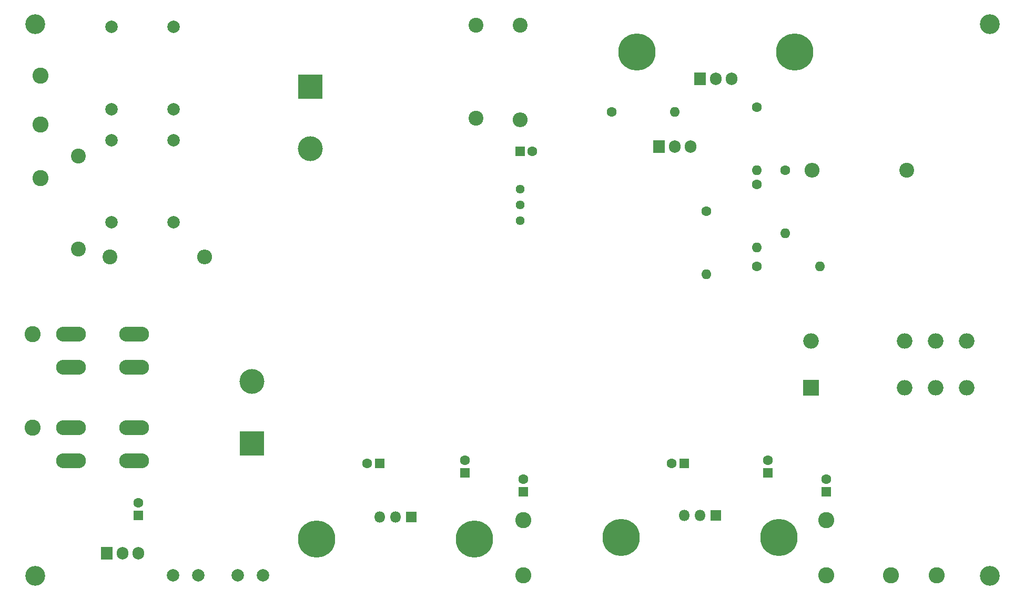
<source format=gbr>
G04 #@! TF.GenerationSoftware,KiCad,Pcbnew,(5.1.9-0-10_14)*
G04 #@! TF.CreationDate,2021-02-21T16:18:30+01:00*
G04 #@! TF.ProjectId,hv-power-supply-v1,68762d70-6f77-4657-922d-737570706c79,rev?*
G04 #@! TF.SameCoordinates,Original*
G04 #@! TF.FileFunction,Soldermask,Bot*
G04 #@! TF.FilePolarity,Negative*
%FSLAX46Y46*%
G04 Gerber Fmt 4.6, Leading zero omitted, Abs format (unit mm)*
G04 Created by KiCad (PCBNEW (5.1.9-0-10_14)) date 2021-02-21 16:18:30*
%MOMM*%
%LPD*%
G01*
G04 APERTURE LIST*
%ADD10O,2.400000X2.400000*%
%ADD11C,2.400000*%
%ADD12O,4.800600X2.400300*%
%ADD13C,1.600000*%
%ADD14R,1.600000X1.600000*%
%ADD15C,2.000000*%
%ADD16O,1.600000X1.600000*%
%ADD17O,1.905000X2.000000*%
%ADD18R,1.905000X2.000000*%
%ADD19C,2.600000*%
%ADD20C,1.440000*%
%ADD21O,2.500000X2.500000*%
%ADD22R,2.500000X2.500000*%
%ADD23C,4.000000*%
%ADD24R,4.000000X4.000000*%
%ADD25C,5.999480*%
%ADD26R,1.800000X1.800000*%
%ADD27O,1.800000X1.800000*%
%ADD28C,3.200000*%
G04 APERTURE END LIST*
D10*
X183604000Y-74064000D03*
D11*
X198844000Y-74064000D03*
D12*
X64351000Y-100480000D03*
X74511000Y-100480000D03*
X74511000Y-120927000D03*
X64351000Y-120927000D03*
X74511000Y-115593000D03*
X64351000Y-115593000D03*
X64351000Y-105814000D03*
X74511000Y-105814000D03*
D13*
X127724000Y-120832000D03*
D14*
X127724000Y-122832000D03*
D13*
X176492000Y-120832000D03*
D14*
X176492000Y-122832000D03*
D13*
X161030000Y-121308000D03*
D14*
X163030000Y-121308000D03*
D10*
X85814000Y-88034000D03*
D11*
X70574000Y-88034000D03*
D15*
X70828000Y-69238000D03*
X80828000Y-69238000D03*
X70828000Y-82446000D03*
X80828000Y-82446000D03*
X70828000Y-64285000D03*
X80828000Y-64285000D03*
X70828000Y-50950000D03*
X80828000Y-50950000D03*
D16*
X166586000Y-90828000D03*
D13*
X166586000Y-80668000D03*
D16*
X161506000Y-64666000D03*
D13*
X151346000Y-64666000D03*
D16*
X174714000Y-74064000D03*
D13*
X174714000Y-63904000D03*
D17*
X170650000Y-59332000D03*
X168110000Y-59332000D03*
D18*
X165570000Y-59332000D03*
D17*
X164046000Y-70254000D03*
X161506000Y-70254000D03*
D18*
X158966000Y-70254000D03*
D17*
X75146000Y-135786000D03*
X72606000Y-135786000D03*
D18*
X70066000Y-135786000D03*
D19*
X137122000Y-139342000D03*
X137122000Y-130452000D03*
X185890000Y-139342000D03*
X185890000Y-130452000D03*
X58128000Y-100480000D03*
X58128000Y-115593000D03*
X59398000Y-75334000D03*
X59398000Y-66698000D03*
X59398000Y-58824000D03*
D13*
X137122000Y-123880000D03*
D14*
X137122000Y-125880000D03*
D13*
X185890000Y-123880000D03*
D14*
X185890000Y-125880000D03*
D13*
X112008000Y-121308000D03*
D14*
X114008000Y-121308000D03*
D13*
X75146000Y-127690000D03*
D14*
X75146000Y-129690000D03*
D20*
X136614000Y-82192000D03*
X136614000Y-79652000D03*
X136614000Y-77112000D03*
D21*
X183496000Y-101616000D03*
X198496000Y-101616000D03*
X203496000Y-101616000D03*
X208496000Y-101616000D03*
X208496000Y-109116000D03*
X203496000Y-109116000D03*
X198496000Y-109116000D03*
D22*
X183496000Y-109116000D03*
D16*
X179286000Y-84224000D03*
D13*
X179286000Y-74064000D03*
D10*
X136614000Y-65936000D03*
D11*
X136614000Y-50696000D03*
D16*
X184874000Y-89558000D03*
D13*
X174714000Y-89558000D03*
D16*
X174714000Y-86510000D03*
D13*
X174714000Y-76350000D03*
D15*
X84798000Y-139342000D03*
X80734000Y-139342000D03*
X95212000Y-139342000D03*
X91148000Y-139342000D03*
D19*
X196304000Y-139342000D03*
X203670000Y-139342000D03*
D23*
X93434000Y-108133000D03*
D24*
X93434000Y-118133000D03*
D13*
X138614000Y-71016000D03*
D14*
X136614000Y-71016000D03*
D11*
X129502000Y-50696000D03*
X129502000Y-65696000D03*
D23*
X102832000Y-70602000D03*
D24*
X102832000Y-60602000D03*
D11*
X65494000Y-86778000D03*
X65494000Y-71778000D03*
D25*
X180810000Y-55014000D03*
X155410000Y-55014000D03*
D26*
X168110000Y-129690000D03*
D27*
X165570000Y-129690000D03*
X163030000Y-129690000D03*
D25*
X178270000Y-133246000D03*
X152870000Y-133246000D03*
X103848000Y-133500000D03*
X129248000Y-133500000D03*
D26*
X119088000Y-129944000D03*
D27*
X116548000Y-129944000D03*
X114008000Y-129944000D03*
D28*
X212240000Y-139450000D03*
X58600000Y-139450000D03*
X212240000Y-50550000D03*
X58600000Y-50550000D03*
M02*

</source>
